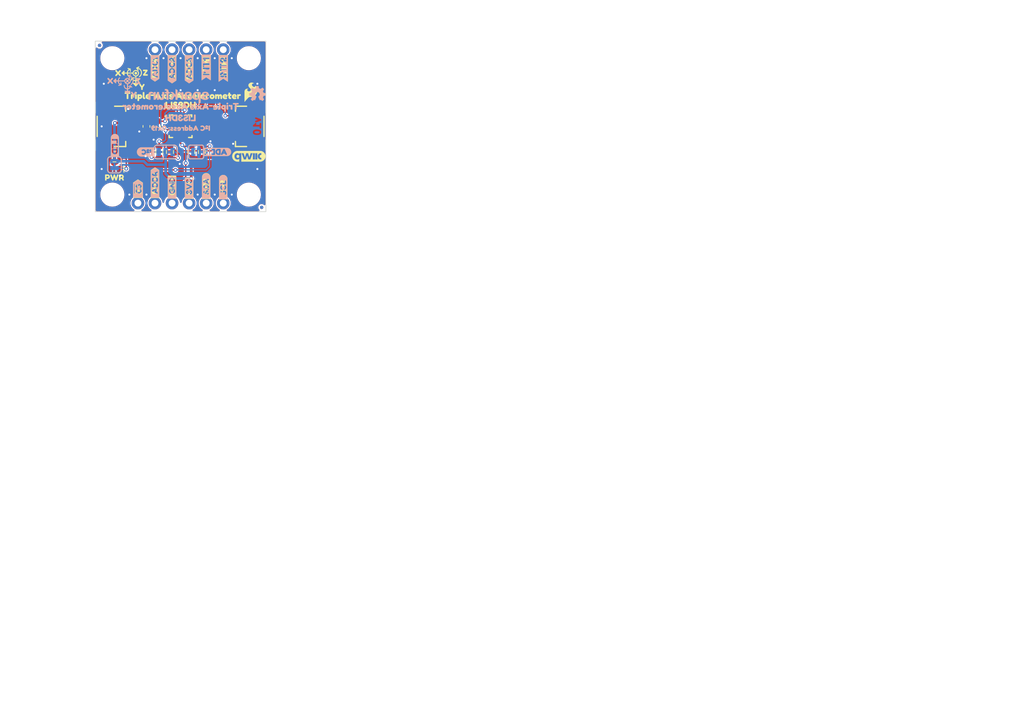
<source format=kicad_pcb>
(kicad_pcb (version 20241229) (generator "pcbnew") (generator_version "9.0")
  (title_block (title "SparkFun Ambient Light Sensor - VEML7700") (date "2025-04-24") (rev "v10") (company "SparkFun Electronics") (comment 1 "Original Design by: Paul Clark") (comment 2 "Designed by: Elias Santistevan"))
  (layers (0 "F.Cu" signal) (2 "B.Cu" signal) (13 "F.Paste" user) (15 "B.Paste" user) (5 "F.SilkS" user "F.Silkscreen") (7 "B.SilkS" user "B.Silkscreen") (1 "F.Mask" user) (3 "B.Mask" user) (25 "Edge.Cuts" user))
  (net 0 "")
  (net 1 "3.3V")
  (net 2 "GND")
  (net 3 "Net-(D1-A)")
  (net 8 "Net-(JP1-A)")
  (net 9 "Net-(JP2-A)")
  (net 10 "Net-(JP2-C)")
  (net 11 "SDA")
  (net 12 "SCL")
  (net 13 "ADDR{slash}SDO")
  (net 14 "~{CS}")
  (net 15 "INT1")
  (net 16 "INT2")
  (net 17 "ADC2")
  (net 18 "ADC1")
  (net 19 "ADC3")
  (footprint "kibuzzard-6838B984" (layer "F.Cu") (at 139.776 106.996 90)
    (property "Reference" "kibuzzard-6838B984" (hide yes))
    (property "Value" "G***" (hide yes))
  )
  (footprint "SparkFun-Capacitor:C_0603_1608Metric" (layer "F.Cu") (at 130.886 98.106 -90)
    (property "Reference" "C2")
    (property "Value" "0.1uF")
    (pad "1" smd roundrect (at -0.775 0 270) (size 0.9 0.95) (layers "F.Cu" "F.Mask" "F.Paste") (net 1 "3.3V"))
    (pad "2" smd roundrect (at 0.775 0 270) (size 0.9 0.95) (layers "F.Cu" "F.Mask" "F.Paste") (net 2 "GND"))
  )
  (footprint "SparkFun-LED:LED_0603_1608Metric_Red" (layer "F.Cu") (at 126.1235 104.456 180)
    (property "Reference" "D1")
    (property "Value" "Red")
    (pad "1" smd roundrect (at -0.7875 0 180) (size 0.875 0.95) (layers "F.Cu" "F.Mask" "F.Paste") (net 2 "GND"))
    (pad "2" smd roundrect (at 0.7875 0 180) (size 0.875 0.95) (layers "F.Cu" "F.Mask" "F.Paste") (net 3 "Net-(D1-A)"))
  )
  (footprint "SparkFun-Aesthetic:Fiducial_0.5mm_Mask1mm" (layer "F.Cu") (at 123.901 86.041)
    (property "Reference" "FID3")
    (property "Value" "Fiducial_0.5mm")
    (pad "" smd circle (at 0 0) (size 0.5 0.5) (layers "F.Cu" "F.Mask") (clearance 0.25))
  )
  (footprint "kibuzzard-6838B970" (layer "F.Cu") (at 129.616 107.377 90)
    (property "Reference" "kibuzzard-6838B970" (hide yes))
    (property "Value" "G***" (hide yes))
  )
  (footprint "SparkFun-Aesthetic:qwiic_5mm" (layer "F.Cu") (at 146.126 102.551)
    (property "Reference" "G***" (hide yes))
    (property "Value" "LOGO" (hide yes))
  )
  (footprint "SparkFun-Resistor:R_0603_1608Metric" (layer "F.Cu") (at 134.3785 101.916 -90)
    (property "Reference" "R2")
    (property "Value" "2.2k")
    (pad "1" smd roundrect (at -0.825 0 270) (size 0.8 0.95) (layers "F.Cu" "F.Mask" "F.Paste") (net 11 "SDA"))
    (pad "2" smd roundrect (at 0.825 0 270) (size 0.8 0.95) (layers "F.Cu" "F.Mask" "F.Paste") (net 10 "Net-(JP2-C)"))
  )
  (footprint "kibuzzard-68376F48" (layer "F.Cu") (at 135.966 94.931)
    (property "Reference" "kibuzzard-68376F48" (hide yes))
    (property "Value" "G***" (hide yes))
  )
  (footprint "kibuzzard-6838B97C" (layer "F.Cu") (at 134.696 107.123 90)
    (property "Reference" "kibuzzard-6838B97C" (hide yes))
    (property "Value" "G***" (hide yes))
  )
  (footprint "kibuzzard-6838B744" (layer "F.Cu") (at 134.696 89.597 90)
    (property "Reference" "kibuzzard-6838B744" (hide yes))
    (property "Value" "G***" (hide yes))
  )
  (footprint "kibuzzard-6838B980" (layer "F.Cu") (at 137.236 107.3135 90)
    (property "Reference" "kibuzzard-6838B980" (hide yes))
    (property "Value" "G***" (hide yes))
  )
  (footprint "SparkFun-Hardware:Standoff" (layer "F.Cu") (at 146.126 108.266)
    (property "Reference" "ST3")
    (property "Value" "Standoff")
    (pad "" np_thru_hole circle (at 0 0) (size 3.1 3.1) (drill 3.1) (layers "*.Cu" "*.Mask"))
  )
  (footprint "SparkFun-Resistor:R_0603_1608Metric" (layer "F.Cu") (at 132.791 101.916 -90)
    (property "Reference" "R3")
    (property "Value" "2.2k")
    (pad "1" smd roundrect (at -0.825 0 270) (size 0.8 0.95) (layers "F.Cu" "F.Mask" "F.Paste") (net 12 "SCL"))
    (pad "2" smd roundrect (at 0.825 0 270) (size 0.8 0.95) (layers "F.Cu" "F.Mask" "F.Paste") (net 9 "Net-(JP2-A)"))
  )
  (footprint "SparkFun-Resistor:R_0603_1608Metric" (layer "F.Cu") (at 139.141 101.916 -90)
    (property "Reference" "R1")
    (property "Value" "10k")
    (pad "1" smd roundrect (at -0.825 0 270) (size 0.8 0.95) (layers "F.Cu" "F.Mask" "F.Paste") (net 14 "~{CS}"))
    (pad "2" smd roundrect (at 0.825 0 270) (size 0.8 0.95) (layers "F.Cu" "F.Mask" "F.Paste") (net 1 "3.3V"))
  )
  (footprint "SparkFun-Resistor:R_0603_1608Metric" (layer "F.Cu") (at 126.1235 102.8685)
    (property "Reference" "R5")
    (property "Value" "4.7k")
    (pad "1" smd roundrect (at -0.825 0) (size 0.8 0.95) (layers "F.Cu" "F.Mask" "F.Paste") (net 3 "Net-(D1-A)"))
    (pad "2" smd roundrect (at 0.825 0) (size 0.8 0.95) (layers "F.Cu" "F.Mask" "F.Paste") (net 8 "Net-(JP1-A)"))
  )
  (footprint "kibuzzard-6838B976" (layer "F.Cu") (at 132.156 106.488 90)
    (property "Reference" "kibuzzard-6838B976" (hide yes))
    (property "Value" "G***" (hide yes))
  )
  (footprint "SparkFun-Aesthetic:Fiducial_0.5mm_Mask1mm" (layer "F.Cu") (at 148.031 110.171)
    (property "Reference" "FID4")
    (property "Value" "Fiducial_0.5mm")
    (pad "" smd circle (at 0 0) (size 0.5 0.5) (layers "F.Cu" "F.Mask") (clearance 0.25))
  )
  (footprint "SparkFun-Aesthetic:SparkFun_Flame_3mm" (layer "F.Cu") (at 146.4435 93.026)
    (property "Reference" "G***" (hide yes))
    (property "Value" "Flame" (hide yes))
  )
  (footprint "SparkFun-Capacitor:C_0603_1608Metric" (layer "F.Cu") (at 132.4735 98.106 -90)
    (property "Reference" "C1")
    (property "Value" "10uF")
    (pad "1" smd roundrect (at -0.775 0 270) (size 0.9 0.95) (layers "F.Cu" "F.Mask" "F.Paste") (net 1 "3.3V"))
    (pad "2" smd roundrect (at 0.775 0 270) (size 0.9 0.95) (layers "F.Cu" "F.Mask" "F.Paste") (net 2 "GND"))
  )
  (footprint "SparkFun-Connector:JST_SMD_1.0mm-4_Black" (layer "F.Cu") (at 128.1485 98.106 -90)
    (property "Reference" "J5")
    (property "Value" "Qwiic_RA")
    (pad "1" smd rect (at -1.5 0 270) (size 0.6 1.35) (layers "F.Cu" "F.Mask" "F.Paste") (net 2 "GND"))
    (pad "2" smd rect (at -0.5 0 270) (size 0.6 1.35) (layers "F.Cu" "F.Mask" "F.Paste") (net 1 "3.3V"))
    (pad "3" smd rect (at 0.5 0 270) (size 0.6 1.35) (layers "F.Cu" "F.Mask" "F.Paste") (net 11 "SDA"))
    (pad "4" smd rect (at 1.5 0 270) (size 0.6 1.35) (layers "F.Cu" "F.Mask" "F.Paste") (net 12 "SCL"))
    (pad "NC1" smd rect (at 2.8 3.675 270) (size 1.2 2) (layers "F.Cu" "F.Mask" "F.Paste"))
    (pad "NC2" smd rect (at -2.8 3.675 270) (size 1.2 2) (layers "F.Cu" "F.Mask" "F.Paste"))
  )
  (footprint "SparkFun-Sensor:ST_LGA-16_3x3mm_P0.5mm_5x3" (layer "F.Cu") (at 135.966 98.106)
    (property "Reference" "U1")
    (property "Value" "LIS3DH")
    (pad "1" smd rect (at -1.4 -1 180) (size 0.7 0.28) (layers "F.Cu" "F.Mask" "F.Paste") (net 1 "3.3V"))
    (pad "2" smd rect (at -1.4 -0.5) (size 0.7 0.28) (layers "F.Cu" "F.Mask" "F.Paste"))
    (pad "3" smd rect (at -1.4 0) (size 0.7 0.28) (layers "F.Cu" "F.Mask" "F.Paste"))
    (pad "4" smd rect (at -1.4 0.5) (size 0.7 0.28) (layers "F.Cu" "F.Mask" "F.Paste") (net 12 "SCL"))
    (pad "5" smd rect (at -1.4 1 180) (size 0.7 0.28) (layers "F.Cu" "F.Mask" "F.Paste") (net 2 "GND"))
    (pad "6" smd rect (at -0.5 1.4 90) (size 0.7 0.28) (layers "F.Cu" "F.Mask" "F.Paste") (net 11 "SDA"))
    (pad "7" smd rect (at 0 1.4 90) (size 0.7 0.28) (layers "F.Cu" "F.Mask" "F.Paste") (net 13 "ADDR{slash}SDO"))
    (pad "8" smd rect (at 0.5 1.4 90) (size 0.7 0.28) (layers "F.Cu" "F.Mask" "F.Paste") (net 14 "~{CS}"))
    (pad "9" smd rect (at 1.4 1 180) (size 0.7 0.28) (layers "F.Cu" "F.Mask" "F.Paste") (net 16 "INT2"))
    (pad "10" smd rect (at 1.4 0.5 180) (size 0.7 0.28) (layers "F.Cu" "F.Mask" "F.Paste") (net 2 "GND"))
    (pad "11" smd rect (at 1.4 0 180) (size 0.7 0.28) (layers "F.Cu" "F.Mask" "F.Paste") (net 15 "INT1"))
    (pad "12" smd rect (at 1.4 -0.5 180) (size 0.7 0.28) (layers "F.Cu" "F.Mask" "F.Paste") (net 2 "GND"))
    (pad "13" smd rect (at 1.4 -1 180) (size 0.7 0.28) (layers "F.Cu" "F.Mask" "F.Paste") (net 19 "ADC3"))
    (pad "14" smd rect (at 0.5 -1.4 270) (size 0.7 0.28) (layers "F.Cu" "F.Mask" "F.Paste") (net 1 "3.3V"))
    (pad "15" smd rect (at 0 -1.4 270) (size 0.7 0.28) (layers "F.Cu" "F.Mask" "F.Paste") (net 17 "ADC2"))
    (pad "16" smd rect (at -0.5 -1.4 270) (size 0.7 0.28) (layers "F.Cu" "F.Mask" "F.Paste") (net 18 "ADC1"))
    (zone (net 0) (net_name "") (layers "F.Cu" "F.SilkS") (name "MEMs Keepout") (connect_pads (clearance 0)) (min_thickness 0.25)
      (keepout (tracks not_allowed) (vias not_allowed) (pads not_allowed) (copperpour not_allowed) (footprints allowed))
      (fill (thermal_gap 0.5) (thermal_bridge_width 0.5))
      (polygon (pts (xy 135.016 97.156) (xy 135.016 99.056) (xy 136.916 99.056) (xy 136.916 97.156)))
    )
  )
  (footprint "kibuzzard-68376F54" (layer "F.Cu") (at 136.2835 93.661)
    (property "Reference" "kibuzzard-68376F54" (hide yes))
    (property "Value" "G***" (hide yes))
  )
  (footprint "kibuzzard-685C54A5" (layer "F.Cu") (at 142.316 89.47 90)
    (property "Reference" "kibuzzard-685C54A5" (hide yes))
    (property "Value" "G***" (hide yes))
  )
  (footprint "kibuzzard-685C51A0" (layer "F.Cu") (at 126.658875 90.165428)
    (property "Reference" "kibuzzard-685C51A0" (hide yes))
    (property "Value" "G***" (hide yes))
  )
  (footprint "kibuzzard-6848939E" (layer "F.Cu") (at 132.156 89.47 90)
    (property "Reference" "kibuzzard-6848939E" (hide yes))
    (property "Value" "G***" (hide yes))
  )
  (footprint "SparkFun-Connector:1x05" (layer "F.Cu") (at 142.316 86.676 180)
    (property "Reference" "J2")
    (property "Value" "Conn_01x05")
    (pad "1" thru_hole circle (at 0 0 270) (size 1.8796 1.8796) (drill 1.016) (layers "*.Cu" "*.Mask") (net 16 "INT2"))
    (pad "2" thru_hole circle (at 2.54 0 270) (size 1.8796 1.8796) (drill 1.016) (layers "*.Cu" "*.Mask") (net 15 "INT1"))
    (pad "3" thru_hole circle (at 5.08 0 270) (size 1.8796 1.8796) (drill 1.016) (layers "*.Cu" "*.Mask") (net 19 "ADC3"))
    (pad "4" thru_hole circle (at 7.62 0 270) (size 1.8796 1.8796) (drill 1.016) (layers "*.Cu" "*.Mask") (net 17 "ADC2"))
    (pad "5" thru_hole circle (at 10.16 0 270) (size 1.8796 1.8796) (drill 1.016) (layers "*.Cu" "*.Mask") (net 18 "ADC1"))
  )
  (footprint "SparkFun-Connector:1x04" (layer "F.Cu") (at 134.696 109.536)
    (property "Reference" "J4")
    (property "Value" "I2C")
    (pad "1" thru_hole circle (at 0 0 90) (size 1.8796 1.8796) (drill 1.016) (layers "*.Cu" "*.Mask") (net 2 "GND"))
    (pad "2" thru_hole circle (at 2.54 0 90) (size 1.8796 1.8796) (drill 1.016) (layers "*.Cu" "*.Mask") (net 1 "3.3V"))
    (pad "3" thru_hole circle (at 5.08 0 90) (size 1.8796 1.8796) (drill 1.016) (layers "*.Cu" "*.Mask") (net 11 "SDA"))
    (pad "4" thru_hole circle (at 7.62 0 90) (size 1.8796 1.8796) (drill 1.016) (layers "*.Cu" "*.Mask") (net 12 "SCL"))
  )
  (footprint "kibuzzard-65A8A8B4" (layer "F.Cu") (at 126.1235 105.726)
    (property "Reference" "kibuzzard-65A8A8B4" (hide yes))
    (property "Value" "G***" (hide yes))
  )
  (footprint "kibuzzard-6838B988" (layer "F.Cu") (at 142.316 107.15475 90)
    (property "Reference" "kibuzzard-6838B988" (hide yes))
    (property "Value" "G***" (hide yes))
  )
  (footprint "SparkFun-Aesthetic:Creative_Commons_License" (layer "F.Cu") (at 214.63 168.91)
    (property "Reference" "G4" (hide yes))
    (property "Value" "OSHW_Logo" (hide yes))
  )
  (footprint "kibuzzard-685C52CC" (layer "F.Cu") (at 130.214875 92.219928)
    (property "Reference" "kibuzzard-685C52CC" (hide yes))
    (property "Value" "G***" (hide yes))
  )
  (footprint "SparkFun-Connector:JST_SMD_1.0mm-4_Black" (layer "F.Cu") (at 143.7835 98.106 90)
    (property "Reference" "J3")
    (property "Value" "Qwiic_RA")
    (pad "1" smd rect (at -1.5 0 90) (size 0.6 1.35) (layers "F.Cu" "F.Mask" "F.Paste") (net 2 "GND"))
    (pad "2" smd rect (at -0.5 0 90) (size 0.6 1.35) (layers "F.Cu" "F.Mask" "F.Paste") (net 1 "3.3V"))
    (pad "3" smd rect (at 0.5 0 90) (size 0.6 1.35) (layers "F.Cu" "F.Mask" "F.Paste") (net 11 "SDA"))
    (pad "4" smd rect (at 1.5 0 90) (size 0.6 1.35) (layers "F.Cu" "F.Mask" "F.Paste") (net 12 "SCL"))
    (pad "NC1" smd rect (at 2.8 3.675 90) (size 1.2 2) (layers "F.Cu" "F.Mask" "F.Paste"))
    (pad "NC2" smd rect (at -2.8 3.675 90) (size 1.2 2) (layers "F.Cu" "F.Mask" "F.Paste"))
  )
  (footprint "kibuzzard-68489408" (layer "F.Cu") (at 137.236 89.597 90)
    (property "Reference" "kibuzzard-68489408" (hide yes))
    (property "Value" "G***" (hide yes))
  )
  (footprint "SparkFun-Hardware:Standoff" (layer "F.Cu") (at 146.126 87.946)
    (property "Reference" "ST2")
    (property "Value" "Standoff")
    (pad "" np_thru_hole circle (at 0 0) (size 3.1 3.1) (drill 3.1) (layers "*.Cu" "*.Mask"))
  )
  (footprint "SparkFun-Hardware:Standoff" (layer "F.Cu") (at 125.806 87.946)
    (property "Reference" "ST1")
    (property "Value" "Standoff")
    (pad "" np_thru_hole circle (at 0 0) (size 3.1 3.1) (drill 3.1) (layers "*.Cu" "*.Mask"))
  )
  (footprint "SparkFun-Connector:1x02" (layer "F.Cu") (at 129.616 109.536)
    (property "Reference" "J1")
    (property "Value" "Conn_01x02")
    (pad "1" thru_hole circle (at 0 0 90) (size 1.8796 1.8796) (drill 1.016) (layers "*.Cu" "*.Mask") (net 14 "~{CS}"))
    (pad "2" thru_hole circle (at 2.54 0 90) (size 1.8796 1.8796) (drill 1.016) (layers "*.Cu" "*.Mask") (net 13 "ADDR{slash}SDO"))
  )
  (footprint "kibuzzard-685C52E1" (layer "F.Cu") (at 130.722875 90.105)
    (property "Reference" "kibuzzard-685C52E1" (hide yes))
    (property "Value" "G***" (hide yes))
  )
  (footprint "kibuzzard-685C549D" (layer "F.Cu") (at 139.776 89.343 90)
    (property "Reference" "kibuzzard-685C549D" (hide yes))
    (property "Value" "G***" (hide yes))
  )
  (footprint "SparkFun-Resistor:R_0603_1608Metric" (layer "F.Cu") (at 137.5535 101.916 -90)
    (property "Reference" "R4")
    (property "Value" "10k")
    (pad "1" smd roundrect (at -0.825 0 270) (size 0.8 0.95) (layers "F.Cu" "F.Mask" "F.Paste") (net 13 "ADDR{slash}SDO"))
    (pad "2" smd roundrect (at 0.825 0 270) (size 0.8 0.95) (layers "F.Cu" "F.Mask" "F.Paste") (net 1 "3.3V"))
  )
  (footprint "SparkFun-Hardware:Standoff" (layer "F.Cu") (at 125.806 108.266)
    (property "Reference" "ST4")
    (property "Value" "Standoff")
    (pad "" np_thru_hole circle (at 0 0) (size 3.1 3.1) (drill 3.1) (layers "*.Cu" "*.Mask"))
  )
  (footprint "kibuzzard-6848928D" (layer "B.Cu") (at 137.236 107.3135 -90)
    (property "Reference" "kibuzzard-6848928D" (hide yes))
    (property "Value" "G***" (hide yes))
  )
  (footprint "SparkFun-Aesthetic:SparkFun_Logo_NoFlame_9mm" (layer "B.Cu") (at 135.712 93.534 180)
    (property "Reference" "G***" (hide yes))
    (property "Value" "LOGO" (hide yes))
  )
  (footprint "kibuzzard-68489282" (layer "B.Cu") (at 139.776 106.996 -90)
    (property "Reference" "kibuzzard-68489282" (hide yes))
    (property "Value" "G***" (hide yes))
  )
  (footprint "SparkFun-Jumper:Jumper_2_NO" (layer "B.Cu") (at 138.2774 101.916 180)
    (property "Reference" "JP3")
    (property "Value" "ADDR")
    (pad "1" smd rect (at -0.4064 0 180) (size 0.635 1.27) (layers "B.Cu" "B.Mask") (net 2 "GND"))
    (pad "2" smd rect (at 0.4064 0 180) (size 0.635 1.27) (layers "B.Cu" "B.Mask") (net 13 "ADDR{slash}SDO"))
  )
  (footprint "SparkFun-Jumper:Jumper_3_NC-2_Trace" (layer "B.Cu") (at 133.7435 101.916)
    (property "Reference" "JP2")
    (property "Value" "I2C")
    (fp_poly (pts (xy -0.7707 0.15) (xy -0.2707 0.15) (xy -0.2707 -0.15) (xy -0.7707 -0.15)) (fill yes) (layer "B.Cu"))
    (fp_poly (pts (xy 0.262 0.173) (xy 0.762 0.173) (xy 0.762 -0.127) (xy 0.262 -0.127)) (fill yes) (layer "B.Cu"))
    (pad "1" smd rect (at -1.0414 0) (size 0.6604 1.27) (layers "B.Cu" "B.Mask") (net 9 "Net-(JP2-A)"))
    (pad "2" smd rect (at 0 0) (size 0.6604 1.27) (layers "B.Cu" "B.Mask") (net 1 "3.3V"))
    (pad "3" smd rect (at 1.0414 0 180) (size 0.6604 1.27) (layers "B.Cu" "B.Mask") (net 10 "Net-(JP2-C)"))
  )
  (footprint "kibuzzard-685C52CC" (layer "B.Cu") (at 128.981 93.385812 180)
    (property "Reference" "kibuzzard-685C52CC" (hide yes))
    (property "Value" "G***" (hide yes))
  )
  (footprint "kibuzzard-6838BA4A" (layer "B.Cu") (at 134.692137 89.60773 -90)
    (property "Reference" "kibuzzard-6838BA4A" (hide yes))
    (property "Value" "G***" (hide yes))
  )
  (footprint "kibuzzard-6837731A" (layer "B.Cu") (at 135.966 98.36 180)
    (property "Reference" "kibuzzard-6837731A" (hide yes))
    (property "Value" "G***" (hide yes))
  )
  (footprint "kibuzzard-68377311" (layer "B.Cu") (at 135.966 96.836 180)
    (property "Reference" "kibuzzard-68377311" (hide yes))
    (property "Value" "G***" (hide yes))
  )
  (footprint "kibuzzard-684892BE" (layer "B.Cu") (at 129.616 107.377 -90)
    (property "Reference" "kibuzzard-684892BE" (hide yes))
    (property "Value" "G***" (hide yes))
  )
  (footprint "SparkFun-Jumper:Jumper_2_NC_Trace" (layer "B.Cu") (at 126.1235 103.821 90)
    (property "Reference" "JP1")
    (property "Value" "LED")
    (fp_poly (pts (xy -0.25 0.15) (xy 0.25 0.15) (xy 0.25 -0.15) (xy -0.25 -0.15)) (fill yes) (layer "B.Cu"))
    (pad "1" smd rect (at -0.5207 0 90) (size 0.6604 1.27) (layers "B.Cu" "B.Mask") (net 8 "Net-(JP1-A)"))
    (pad "2" smd rect (at 0.5207 0 90) (size 0.6604 1.27) (layers "B.Cu" "B.Mask") (net 1 "3.3V"))
  )
  (footprint "kibuzzard-68377305" (layer "B.Cu") (at 135.966 95.2485 180)
    (property "Reference" "kibuzzard-68377305" (hide yes))
    (property "Value" "G***" (hide yes))
  )
  (footprint "SparkFun-Aesthetic:Fiducial_0.5mm_Mask1mm" (layer "B.Cu") (at 123.901 86.041 180)
    (property "Reference" "FID2")
    (property "Value" "Fiducial_0.5mm")
    (pad "" smd circle (at 0 0 180) (size 0.5 0.5) (layers "B.Cu" "B.Mask") (clearance 0.25))
  )
  (footprint "SparkFun-Aesthetic:Fiducial_0.5mm_Mask1mm" (layer "B.Cu") (at 148.031 110.171 180)
    (property "Reference" "FID1")
    (property "Value" "Fiducial_0.5mm")
    (pad "" smd circle (at 0 0 180) (size 0.5 0.5) (layers "B.Cu" "B.Mask") (clearance 0.25))
  )
  (footprint "kibuzzard-685C51A0" (layer "B.Cu") (at 125.4885 91.331312 180)
    (property "Reference" "kibuzzard-685C51A0" (hide yes))
    (property "Value" "G***" (hide yes))
  )
  (footprint "kibuzzard-685C54B5" (layer "B.Cu") (at 139.776 89.343 -90)
    (property "Reference" "kibuzzard-685C54B5" (hide yes))
    (property "Value" "G***" (hide yes))
  )
  (footprint "SparkFun-Aesthetic:OSHW_Logo_2.5mm" (layer "B.Cu") (at 147.396 93.3435 180)
    (property "Reference" "Ref**" (hide yes))
    (property "Value" "Val**" (hide yes))
  )
  (footprint "kibuzzard-6838B6EB" (layer "B.Cu") (at 141.427 101.916 180)
    (property "Reference" "kibuzzard-6838B6EB" (hide yes))
    (property "Value" "G***" (hide yes))
  )
  (footprint "kibuzzard-685C52E1" (layer "B.Cu") (at 129.616 91.353812 180)
    (property "Reference" "kibuzzard-685C52E1" (hide yes))
    (property "Value" "G***" (hide yes))
  )
  (footprint "kibuzzard-67D9D97F" (layer "B.Cu") (at 130.759 101.916 180)
    (property "Reference" "kibuzzard-67D9D97F" (hide yes))
    (property "Value" "G***" (hide yes))
  )
  (footprint "kibuzzard-68489296" (layer "B.Cu") (at 134.696 107.25 -90)
    (property "Reference" "kibuzzard-68489296" (hide yes))
    (property "Value" "G***" (hide yes))
  )
  (footprint "kibuzzard-684892AC" (layer "B.Cu") (at 132.156 106.488 -90)
    (property "Reference" "kibuzzard-684892AC" (hide yes))
    (property "Value" "G***" (hide yes))
  )
  (footprint "kibuzzard-68489323" (layer "B.Cu") (at 137.232137 89.602579 -90)
    (property "Reference" "kibuzzard-68489323" (hide yes))
    (property "Value" "G***" (hide yes))
  )
  (footprint "kibuzzard-6838BBAA" (layer "B.Cu") (at 142.316 107.15475 -90)
    (property "Reference" "kibuzzard-6838BBAA" (hide yes))
    (property "Value" "G***" (hide yes))
  )
  (footprint "kibuzzard-685C54BC" (layer "B.Cu") (at 142.316 89.47 -90)
    (property "Reference" "kibuzzard-685C54BC" (hide yes))
    (property "Value" "G***" (hide yes))
  )
  (footprint "kibuzzard-68489728" (layer "B.Cu") (at 126.187 100.9 -90)
    (property "Reference" "kibuzzard-68489728" (hide yes))
    (property "Value" "G***" (hide yes))
  )
  (footprint "kibuzzard-68489388" (layer "B.Cu") (at 132.156 89.47 -90)
    (property "Reference" "kibuzzard-68489388" (hide yes))
    (property "Value" "G***" (hide yes))
  )
  (gr_poly (pts (xy 127.261806 90.168017) (xy 127.547875 89.881948) (xy 127.547875 90.441928) (xy 127.535717 90.441928)) (stroke (width 0.15)) (fill yes) (layer "F.SilkS"))
  (gr_line (start 128.457045 89.558529) (end 128.481006 89.915517) (stroke (width 0.15)) (layer "F.SilkS"))
  (gr_line (start 129.449449 89.400002) (end 129.757675 89.251028) (stroke (width 0.15)) (layer "F.SilkS"))
  (gr_line (start 128.854 90.1685) (end 127.261806 90.168017) (stroke (width 0.15)) (layer "F.SilkS"))
  (gr_arc (start 129.449449 89.422502) (mid 130.114542 89.91646) (end 129.833875 90.695928) (stroke (width 0.15)) (layer "F.SilkS"))
  (gr_circle (center 129.2985 90.187928) (end 129.0315 89.878928) (stroke (width 0.15)) (fill no) (layer "F.SilkS"))
  (gr_line (start 129.449449 89.422502) (end 129.656075 89.730728) (stroke (width 0.15)) (layer "F.SilkS"))
  (gr_line (start 129.2985 90.596303) (end 129.297903 92.061928) (stroke (width 0.15)) (layer "F.SilkS"))
  (gr_poly (pts (xy 129.297903 92.061928) (xy 128.944875 91.7089) (xy 129.653047 91.7089) (xy 129.656075 91.711928) (xy 129.306075 92.061928)) (stroke (width 0.15)) (fill yes) (layer "F.SilkS"))
  (gr_circle (center 129.2985 90.187928) (end 129.2985 90.187928) (stroke (width 0.15)) (fill no) (layer "F.SilkS"))
  (gr_arc (start 129.833875 91.076928) (mid 129.228773 91.307047) (end 128.721876 90.904358) (stroke (width 0.15)) (layer "F.SilkS"))
  (gr_line (start 128.457045 89.558529) (end 128.143006 89.476517) (stroke (width 0.15)) (layer "F.SilkS"))
  (gr_line (start 128.721876 90.904358) (end 128.639864 91.218397) (stroke (width 0.15)) (layer "F.SilkS"))
  (gr_circle (center 129.2985 90.187928) (end 129.2985 90.060928) (stroke (width 0.15)) (fill no) (layer "F.SilkS"))
  (gr_line (start 128.721876 90.904358) (end 129.078864 90.880397) (stroke (width 0.15)) (layer "F.SilkS"))
  (gr_arc (start 128.309875 90.695928) (mid 128.05024 90.084112) (end 128.457045 89.558529) (stroke (width 0.15)) (layer "F.SilkS"))
  (gr_circle (center 128.064625 91.353812) (end 127.797625 91.044812) (stroke (width 0.15)) (fill no) (layer "B.SilkS"))
  (gr_poly (pts (xy 126.027931 91.333901) (xy 126.314 91.047832) (xy 126.314 91.607812) (xy 126.301842 91.607812)) (stroke (width 0.15)) (fill yes) (layer "B.SilkS"))
  (gr_arc (start 128.215574 90.588386) (mid 128.880668 91.082344) (end 128.6 91.861812) (stroke (width 0.15)) (layer "B.SilkS"))
  (gr_arc (start 128.501795 92.070242) (mid 128.011263 92.522074) (end 127.584 92.01) (stroke (width 0.15)) (layer "B.SilkS"))
  (gr_poly (pts (xy 128.064028 93.227812) (xy 127.711 92.874784) (xy 128.419172 92.874784) (xy 128.4222 92.877812) (xy 128.0722 93.227812)) (stroke (width 0.15)) (fill yes) (layer "B.SilkS"))
  (gr_line (start 127.6348 91.334384) (end 126.027931 91.333901) (stroke (width 0.15)) (layer "B.SilkS"))
  (gr_line (start 127.080619 91.918194) (end 126.76658 92.000206) (stroke (width 0.15)) (layer "B.SilkS"))
  (gr_line (start 128.215574 90.565886) (end 128.5238 90.416912) (stroke (width 0.15)) (layer "B.SilkS"))
  (gr_line (start 128.501795 92.070242) (end 128.7016 92.264) (stroke (width 0.15)) (layer "B.SilkS"))
  (gr_line (start 128.501795 92.070242) (end 128.2444 92.1624) (stroke (width 0.15)) (layer "B.SilkS"))
  (gr_line (start 128.064625 91.762187) (end 128.064028 93.227812) (stroke (width 0.15)) (layer "B.SilkS"))
  (gr_arc (start 127.076 91.9084) (mid 126.695533 91.446625) (end 126.87803 90.876813) (stroke (width 0.15)) (layer "B.SilkS"))
  (gr_line (start 127.114819 91.883694) (end 127.076 91.6036) (stroke (width 0.15)) (layer "B.SilkS"))
  (gr_line (start 128.215574 90.588386) (end 128.4222 90.896612) (stroke (width 0.15)) (layer "B.SilkS"))
  (gr_circle (center 128.064625 91.353812) (end 128.064625 91.353812) (stroke (width 0.15)) (fill no) (layer "B.SilkS"))
  (gr_line (start 128.346 91.6544) (end 127.838 91.0956) (stroke (width 0.15)) (layer "B.SilkS"))
  (gr_line (start 128.2952 91.0956) (end 127.7872 91.6036) (stroke (width 0.15)) (layer "B.SilkS"))
  (gr_rect (start 123.266 85.406) (end 148.666 110.806) (stroke (width 0.1)) (fill no) (layer "Edge.Cuts"))
  (gr_text "v10" (at 147.396 98.106 90) (layer "B.Cu" knockout) (effects (font (size 1.016 1.016) (thickness 0.254) (bold yes)) (justify mirror)))
  (segment (start 137.236 106.996) (end 137.236 109.536) (width 0.4064) (layer "F.Cu") (net 1))
  (segment (start 142.316 101.662) (end 142.316 98.9921) (width 0.4064) (layer "F.Cu") (net 1))
  (segment (start 133.8672 97.106) (end 133.6422 97.331) (width 0.2032) (layer "F.Cu") (net 1))
  (segment (start 129.354 97.606) (end 129.629 97.331) (width 0.4064) (layer "F.Cu") (net 1))
  (segment (start 134.566 97.106) (end 133.8672 97.106) (width 0.2032) (layer "F.Cu") (net 1))
  (segment (start 136.466 96.706) (end 136.466 96.0312) (width 0.2032) (layer "F.Cu") (net 1))
  (segment (start 137.5535 102.741) (end 139.141 102.741) (width 0.4064) (layer "F.Cu") (net 1))
  (segment (start 128.0205 97.598) (end 126.187 97.598) (width 0.4064) (layer "F.Cu") (net 1))
  (segment (start 141.237 102.741) (end 142.316 101.662) (width 0.4064) (layer "F.Cu") (net 1))
  (segment (start 128.1485 97.606) (end 129.354 97.606) (width 0.4064) (layer "F.Cu") (net 1))
  (segment (start 136.466 95.7772) (end 136.5756 95.6676) (width 0.2032) (layer "F.Cu") (net 1))
  (segment (start 137.5535 102.741) (end 137.5535 106.6785) (width 0.4064) (layer "F.Cu") (net 1))
  (segment (start 137.5535 106.6785) (end 137.236 106.996) (width 0.4064) (layer "F.Cu") (net 1))
  (segment (start 133.6422 97.331) (end 132.4735 97.331) (width 0.2032) (layer "F.Cu") (net 1))
  (segment (start 129.629 97.331) (end 130.886 97.331) (width 0.4064) (layer "F.Cu") (net 1))
  (segment (start 139.141 102.741) (end 141.237 102.741) (width 0.4064) (layer "F.Cu") (net 1))
  (segment (start 128.0285 97.606) (end 128.0205 97.598) (width 0.4064) (layer "F.Cu") (net 1))
  (segment (start 142.316 98.9921) (end 142.7021 98.606) (width 0.4064) (layer "F.Cu") (net 1))
  (segment (start 142.7021 98.606) (end 143.7835 98.606) (width 0.4064) (layer "F.Cu") (net 1))
  (segment (start 130.886 97.331) (end 132.4735 97.331) (width 0.4064) (layer "F.Cu") (net 1))
  (segment (start 136.466 96.706) (end 136.466 95.7772) (width 0.2032) (layer "F.Cu") (net 1))
  (via (at 137.5535 105.853) (size 0.56) (drill 0.3) (layers "F.Cu" "B.Cu") (net 1))
  (via (at 126.187 97.598) (size 0.56) (drill 0.3) (layers "F.Cu" "B.Cu") (net 1))
  (via (at 136.5756 95.6676) (size 0.56) (drill 0.3) (layers "F.Cu" "B.Cu") (net 1))
  (via (at 133.6422 97.331) (size 0.56) (drill 0.3) (layers "F.Cu" "B.Cu") (net 1))
  (segment (start 134.1372 95.6676) (end 136.5756 95.6676) (width 0.2032) (layer "B.Cu") (net 1))
  (segment (start 133.7435 103.821) (end 133.7435 105.1545) (width 0.4064) (layer "B.Cu") (net 1))
  (segment (start 126.1235 103.3003) (end 126.1235 97.6615) (width 0.4064) (layer "B.Cu") (net 1))
  (segment (start 133.6422 96.1626) (end 134.1372 95.6676) (width 0.2032) (layer "B.Cu") (net 1))
  (segment (start 130.4923 103.3003) (end 131.013 103.821) (width 0.4064) (layer "B.Cu") (net 1))
  (segment (start 126.1235 103.3003) (end 130.4923 103.3003) (width 0.4064) (layer "B.Cu") (net 1))
  (segment (start 131.013 103.821) (end 133.7435 103.821) (width 0.4064) (layer "B.Cu") (net 1))
  (segment (start 133.6422 97.331) (end 133.6422 96.1626) (width 0.2032) (layer "B.Cu") (net 1))
  (segment (start 134.442 105.853) (end 137.5535 105.853) (width 0.4064) (layer "B.Cu") (net 1))
  (segment (start 133.7435 105.1545) (end 134.442 105.853) (width 0.4064) (layer "B.Cu") (net 1))
  (segment (start 133.7435 103.821) (end 133.7435 101.916) (width 0.4064) (layer "B.Cu") (net 1))
  (segment (start 126.1235 97.6615) (end 126.187 97.598) (width 0.4064) (layer "B.Cu") (net 1))
  (via (at 124.2185 104.456) (size 0.56) (drill 0.3) (layers "F.Cu" "B.Cu") (net 2))
  (via (at 143.7892 100.6968) (size 0.56) (drill 0.3) (layers "F.Cu" "B.Cu") (net 2))
  (via (at 138.506 92.7085) (size 0.56) (drill 0.3) (layers "F.Cu" "B.Cu") (net 2))
  (via (at 124.2185 98.106) (size 0.56) (drill 0.3) (layers "F.Cu" "B.Cu") (net 2))
  (via (at 129.8192 98.868) (size 0.56) (drill 0.3) (layers "F.Cu" "B.Cu") (net 2))
  (via (at 138.506 108.266) (size 0.56) (drill 0.3) (layers "F.Cu" "B.Cu") (net 2))
  (via (at 130.886 87.946) (size 0.56) (drill 0.3) (layers "F.Cu" "B.Cu") (net 2))
  (via (at 131.9528 100.0872) (size 0.56) (drill 0.3) (layers "F.Cu" "B.Cu") (net 2))
  (via (at 130.759 102.551) (size 0.56) (drill 0.3) (layers "F.Cu" "B.Cu") (net 2))
  (via (at 128.1428 95.5152) (size 0.56) (drill 0.3) (layers "F.Cu" "B.Cu") (net 2))
  (via (at 138.506 87.946) (size 0.56) (drill 0.3) (layers "F.Cu" "B.Cu") (net 2))
  (via (at 143.586 87.946) (size 0.56) (drill 0.3) (layers "F.Cu" "B.Cu") (net 2))
  (via (at 135.966 87.946) (size 0.56) (drill 0.3) (layers "F.Cu" "B.Cu") (net 2))
  (via (at 143.586 108.266) (size 0.56) (drill 0.3) (layers "F.Cu" "B.Cu") (net 2))
  (via (at 135.966 92.7085) (size 0.56) (drill 0.3) (layers "F.Cu" "B.Cu") (net 2))
  (via (at 135.839 103.694) (size 0.56) (drill 0.3) (layers "F.Cu" "B.Cu") (net 2))
  (via (at 141.046 87.946) (size 0.56) (drill 0.3) (layers "F.Cu" "B.Cu") (net 2))
  (via (at 128.346 108.266) (size 0.56) (drill 0.3) (layers "F.Cu" "B.Cu") (net 2))
  (via (at 133.426 87.946) (size 0.56) (drill 0.3) (layers "F.Cu" "B.Cu") (net 2))
  (via (at 141.046 92.7085) (size 0.56) (drill 0.3) (layers "F.Cu" "B.Cu") (net 2))
  (via (at 141.046 108.266) (size 0.56) (drill 0.3) (layers "F.Cu" "B.Cu") (net 2))
  (via (at 147.396 91.756) (size 0.56) (drill 0.3) (layers "F.Cu" "B.Cu") (net 2))
  (via (at 124.536 91.756) (size 0.56) (drill 0.3) (layers "F.Cu" "B.Cu") (net 2))
  (via (at 140.411 100.3285) (size 0.56) (drill 0.3) (layers "F.Cu" "B.Cu") (net 2))
  (via (at 130.886 108.266) (size 0.56) (drill 0.3) (layers "F.Cu" "B.Cu") (net 2))
  (via (at 147.396 104.456) (size 0.56) (drill 0.3) (layers "F.Cu" "B.Cu") (net 2))
  (via (at 126.949 105.472) (size 0.56) (drill 0.3) (layers "F.Cu" "B.Cu") (net 2))
  (segment (start 125.336 102.906) (end 125.2985 102.8685) (width 0.2032) (layer "F.Cu") (net 3))
  (segment (start 125.336 104.456) (end 125.336 102.906) (width 0.2032) (layer "F.Cu") (net 3))
  (segment (start 127.8785 102.9725) (end 127.8785 104.407139) (width 0.2032) (layer "F.Cu") (net 8))
  (segment (start 126.9485 102.8685) (end 127.7745 102.8685) (width 0.2032) (layer "F.Cu") (net 8))
  (segment (start 127.7745 102.8685) (end 127.8785 102.9725) (width 0.2032) (layer "F.Cu") (net 8))
  (via (at 127.8785 104.407139) (size 0.56) (drill 0.3) (layers "F.Cu" "B.Cu") (net 8))
  (segment (start 127.813061 104.3417) (end 127.8785 104.407139) (width 0.2032) (layer "B.Cu") (net 8))
  (segment (start 126.1235 104.3417) (end 127.813061 104.3417) (width 0.2032) (layer "B.Cu") (net 8))
  (segment (start 132.791 102.741) (end 131.711 102.741) (width 0.2032) (layer "F.Cu") (net 9))
  (segment (start 131.711 102.741) (end 131.648 102.678) (width 0.2032) (layer "F.Cu") (net 9))
  (via (at 131.648 102.678) (size 0.56) (drill 0.3) (layers "F.Cu" "B.Cu") (net 9))
  (segment (start 131.648 102.678) (end 131.648 102.17) (width 0.2032) (layer "B.Cu") (net 9))
  (segment (start 131.902 101.916) (end 132.7021 101.916) (width 0.2032) (layer "B.Cu") (net 9))
  (segment (start 131.648 102.17) (end 131.902 101.916) (width 0.2032) (layer "B.Cu") (net 9))
  (segment (start 135.521 102.741) (end 135.585 102.805) (width 0.2032) (layer "F.Cu") (net 10))
  (segment (start 134.3785 102.741) (end 135.521 102.741) (width 0.2032) (layer "F.Cu") (net 10))
  (via (at 135.585 102.805) (size 0.56) (drill 0.3) (layers "F.Cu" "B.Cu") (net 10))
  (segment (start 135.585 102.297) (end 135.204 101.916) (width 0.2032) (layer "B.Cu") (net 10))
  (segment (start 135.204 101.916) (end 134.7849 101.916) (width 0.2032) (layer "B.Cu") (net 10))
  (segment (start 135.585 102.805) (end 135.585 102.297) (width 0.2032) (layer "B.Cu") (net 10))
  (segment (start 127.076 98.741) (end 127.211 98.606) (width 0.2032) (layer "F.Cu") (net 11))
  (segment (start 134.251 101.091) (end 133.426 101.916) (width 0.2032) (layer "F.Cu") (net 11))
  (segment (start 144.991 97.606) (end 143.9035 97.606) (width 0.2032) (layer "F.Cu") (net 11))
  (segment (start 145.1999 97.8149) (end 144.991 97.606) (width 0.2032) (layer "F.Cu") (net 11))
  (segment (start 135.466 100.2396) (end 135.466 101.416) (width 0.2032) (layer "F.Cu") (net 11))
  (segment (start 139.776 107.25) (end 145.1999 101.8261) (width 0.2032) (layer "F.Cu") (net 11))
  (segment (start 127.711 101.916) (end 127.076 101.281) (width 0.2032) (layer "F.Cu") (net 11))
  (segment (start 140.708 101.746) (end 141.3 101.154) (width 0.2032) (layer "F.Cu") (net 11))
  (segment (start 135.466 101.416) (end 135.796 101.746) (width 0.2032) (layer "F.Cu") (net 11))
  (segment (start 135.466 100.2396) (end 134.5944 100.2396) (width 0.2032) (layer "F.Cu") (net 11))
  (segment (start 145.1999 101.8261) (end 145.1999 97.8149) (width 0.2032) (layer "F.Cu") (net 11))
  (segment (start 134.3785 101.091) (end 134.251 101.091) (width 0.2032) (layer "F.Cu") (net 11))
  (segment (start 133.426 101.916) (end 127.711 101.916) (width 0.2032) (layer "F.Cu") (net 11))
  (segment (start 134.5944 100.2396) (end 134.3785 100.4555) (width 0.2032) (layer "F.Cu") (net 11))
  (segment (start 134.3785 100.4555) (end 134.3785 101.091) (width 0.2032) (layer "F.Cu") (net 11))
  (segment (start 139.776 109.536) (end 139.776 107.25) (width 0.2032) (layer "F.Cu") (net 11))
  (segment (start 142.4985 97.606) (end 143.7835 97.606) (width 0.2032) (layer "F.Cu") (net 11))
  (segment (start 141.3 98.8045) (end 142.4985 97.606) (width 0.2032) (layer "F.Cu") (net 11))
  (segment (start 141.3 101.154) (end 141.3 98.8045) (width 0.2032) (layer "F.Cu") (net 11))
  (segment (start 127.211 98.606) (end 128.1485 98.606) (width 0.2032) (layer "F.Cu") (net 11))
  (segment (start 135.796 101.746) (end 140.708 101.746) (width 0.2032) (layer "F.Cu") (net 11))
  (segment (start 127.076 101.281) (end 127.076 98.741) (width 0.2032) (layer "F.Cu") (net 11))
  (segment (start 135.466 99.506) (end 135.466 100.2396) (width 0.2032) (layer "F.Cu") (net 11))
  (segment (start 143.696 96.5185) (end 143.7835 96.606) (width 0.2032) (layer "F.Cu") (net 12))
  (segment (start 133.8785 98.606) (end 133.7435 98.741) (width 0.2032) (layer "F.Cu") (net 12))
  (segment (start 128.1485 100.7025) (end 128.537 101.091) (width 0.2032) (layer "F.Cu") (net 12))
  (segment (start 142.6335 96.5185) (end 143.696 96.5185) (width 0.2032) (layer "F.Cu") (net 12))
  (segment (start 145.8085 97.1535) (end 145.261 96.606) (width 0.2032) (layer "F.Cu") (net 12))
  (segment (start 145.8085 102.2335) (end 145.8085 97.1535) (width 0.2032) (layer "F.Cu") (net 12))
  (segment (start 132.791 101.091) (end 132.791 100.3285) (width 0.2032) (layer "F.Cu") (net 12))
  (segment (start 142.316 105.726) (end 145.8085 102.2335) (width 0.2032) (layer "F.Cu") (net 12))
  (segment (start 142.316 109.536) (end 142.316 105.726) (width 0.2032) (layer "F.Cu") (net 12))
  (segment (start 145.261 96.606) (end 143.9035 96.606) (width 0.2032) (layer "F.Cu") (net 12))
  (segment (start 128.537 101.091) (end 132.791 101.091) (width 0.2032) (layer "F.Cu") (net 12))
  (segment (start 128.1485 99.606) (end 128.1485 100.7025) (width 0.2032) (layer "F.Cu") (net 12))
  (segment (start 134.566 98.606) (end 133.8785 98.606) (width 0.2032) (layer "F.Cu") (net 12))
  (via (at 132.791 100.3285) (size 0.56) (drill 0.3) (layers "F.Cu" "B.Cu") (net 12))
  (via (at 142.6335 96.5185) (size 0.56) (drill 0.3) (layers "F.Cu" "B.Cu") (net 12))
  (via (at 133.7435 98.741) (size 0.56) (drill 0.3) (layers "F.Cu" "B.Cu") (net 12))
  (segment (start 133.7435 100.0745) (end 133.4895 100.3285) (width 0.2032) (layer "B.Cu") (net 12))
  (segment (start 141.8588 95.0072) (end 142.6335 95.7819) (width 0.2032) (layer "B.Cu") (net 12))
  (segment (start 133.4895 100.3285) (end 132.791 100.3285) (width 0.2032) (layer "B.Cu") (net 12))
  (segment (start 133.7435 98.741) (end 133.0196 98.0171) (width 0.2032) (layer "B.Cu") (net 12))
  (segment (start 133.0196 98.0171) (end 133.0196 95.82) (width 0.2032) (layer "B.Cu") (net 12))
  (segment (start 133.0196 95.82) (end 133.8324 95.0072) (width 0.2032) (layer "B.Cu") (net 12))
  (segment (start 133.7435 98.741) (end 133.7435 100.0745) (width 0.2032) (layer "B.Cu") (net 12))
  (segment (start 142.6335 95.7819) (end 142.6335 96.5185) (width 0.2032) (layer "B.Cu") (net 12))
  (segment (start 133.8324 95.0072) (end 141.8588 95.0072) (width 0.2032) (layer "B.Cu") (net 12))
  (segment (start 136.1565 106.1705) (end 136.728 105.599) (width 0.2032) (layer "F.Cu") (net 13))
  (segment (start 135.966 99.506) (end 135.966 100.646) (width 0.2032) (layer "F.Cu") (net 13))
  (segment (start 136.728 105.599) (end 136.728 103.567) (width 0.2032) (layer "F.Cu") (net 13))
  (segment (start 133.3625 106.1705) (end 136.1565 106.1705) (width 0.2032) (layer "F.Cu") (net 13))
  (segment (start 132.156 107.377) (end 133.3625 106.1705) (width 0.2032) (layer "F.Cu") (net 13))
  (segment (start 135.966 100.646) (end 136.22 100.9) (width 0.2032) (layer "F.Cu") (net 13))
  (segment (start 136.411 101.091) (end 137.5535 101.091) (width 0.2032) (layer "F.Cu") (net 13))
  (segment (start 132.156 109.536) (end 132.156 107.377) (width 0.2032) (layer "F.Cu") (net 13))
  (segment (start 136.22 100.9) (end 136.411 101.091) (width 0.2032) (layer "F.Cu") (net 13))
  (via (at 136.22 100.9) (size 0.56) (drill 0.3) (layers "F.Cu" "B.Cu") (net 13))
  (via (at 136.728 103.567) (size 0.56) (drill 0.3) (layers "F.Cu" "B.Cu") (net 13))
  (segment (start 137.871 101.916) (end 136.728 101.916) (width 0.2032) (layer "B.Cu") (net 13))
  (segment (start 136.728 103.567) (end 136.728 101.916) (width 0.2032) (layer "B.Cu") (net 13))
  (segment (start 136.728 101.408) (end 136.22 100.9) (width 0.2032) (layer "B.Cu") (net 13))
  (segment (start 136.728 101.916) (end 136.728 101.408) (width 0.2032) (layer "B.Cu") (net 13))
  (segment (start 136.601 100.3285) (end 138.3785 100.3285) (width 0.2032) (layer "F.Cu") (net 14))
  (segment (start 129.616 108.206923) (end 133.239923 104.583) (width 0.2032) (layer "F.Cu") (net 14))
  (segment (start 140.2454 101.091) (end 140.284 101.0524) (width 0.2032) (layer "F.Cu") (net 14))
  (segment (start 138.3785 100.3285) (end 139.141 101.091) (width 0.2032) (layer "F.Cu") (net 14))
  (segment (start 139.141 101.091) (end 140.2454 101.091) (width 0.2032) (layer "F.Cu") (net 14))
  (segment (start 136.466 100.1935) (end 136.601 100.3285) (width 0.2032) (layer "F.Cu") (net 14))
  (segment (start 129.616 109.536) (end 129.616 108.206923) (width 0.2032) (layer "F.Cu") (net 14))
  (segment (start 136.466 99.506) (end 136.466 100.1935) (width 0.2032) (layer "F.Cu") (net 14))
  (segment (start 133.239923 104.583) (end 135.204 104.583) (width 0.2032) (layer "F.Cu") (net 14))
  (via (at 140.284 101.0524) (size 0.56) (drill 0.3) (layers "F.Cu" "B.Cu") (net 14))
  (via (at 135.204 104.583) (size 0.56) (drill 0.3) (layers "F.Cu" "B.Cu") (net 14))
  (segment (start 139.776 104.583) (end 140.284 104.075) (width 0.2032) (layer "B.Cu") (net 14))
  (segment (start 140.284 104.075) (end 140.284 101.0524) (width 0.2032) (layer "B.Cu") (net 14))
  (segment (start 135.204 104.583) (end 139.776 104.583) (width 0.2032) (layer "B.Cu") (net 14))
  (segment (start 139.776 97.09) (end 139.776 86.676) (width 0.2032) (layer "F.Cu") (net 15))
  (segment (start 138.76 98.106) (end 139.776 97.09) (width 0.2032) (layer "F.Cu") (net 15))
  (segment (start 137.366 98.106) (end 138.76 98.106) (width 0.2032) (layer "F.Cu") (net 15))
  (segment (start 137.366 99.106) (end 139.284 99.106) (width 0.2032) (layer "F.Cu") (net 16))
  (segment (start 141.3635 97.0265) (end 141.3635 94.296) (width 0.2032) (layer "F.Cu") (net 16))
  (segment (start 141.3635 94.296) (end 142.316 93.3435) (width 0.2032) (layer "F.Cu") (net 16))
  (segment (start 142.316 93.3435) (end 142.316 86.676) (width 0.2032) (layer "F.Cu") (net 16))
  (segment (start 139.284 99.106) (end 141.3635 97.0265) (width 0.2032) (layer "F.Cu") (net 16))
  (segment (start 135.966 94.296) (end 135.966 96.706) (width 0.2032) (layer "F.Cu") (net 17))
  (segment (start 134.696 93.026) (end 134.696 86.676) (width 0.2032) (layer "F.Cu") (net 17))
  (segment (start 135.966 94.296) (end 134.696 93.026) (width 0.2032) (layer "F.Cu") (net 17))
  (segment (start 135.466 94.558) (end 132.156 91.248) (width 0.2032) (layer "F.Cu") (net 18))
  (segment (start 135.466 96.706) (end 135.466 94.558) (width 0.2032) (layer "F.Cu") (net 18))
  (segment (start 132.156 91.248) (end 132.156 86.676) (width 0.2032) (layer "F.Cu") (net 18))
  (segment (start 137.366 97.106) (end 138.236 97.106) (width 0.2032) (layer "F.Cu") (net 19))
  (segment (start 138.236 97.106) (end 138.506 96.836) (width 0.2032) (layer "F.Cu") (net 19))
  (segment (start 138.506 96.836) (end 138.506 93.9785) (width 0.2032) (layer "F.Cu") (net 19))
  (segment (start 138.506 93.9785) (end 137.236 92.7085) (width 0.2032) (layer "F.Cu") (net 19))
  (segment (start 137.236 92.7085) (end 137.236 86.676) (width 0.2032) (layer "F.Cu") (net 19))
  (zone (net 2) (net_name "GND") (layers "F.Cu" "B.Cu") (connect_pads (clearance 0.1778)) (min_thickness 0.25) (fill yes (thermal_gap 0.254) (thermal_bridge_width 0.4064))
    (polygon (pts (xy 123.266 110.806) (xy 123.266 85.406) (xy 148.666 85.406) (xy 148.666 110.806)))
  )
)
</source>
